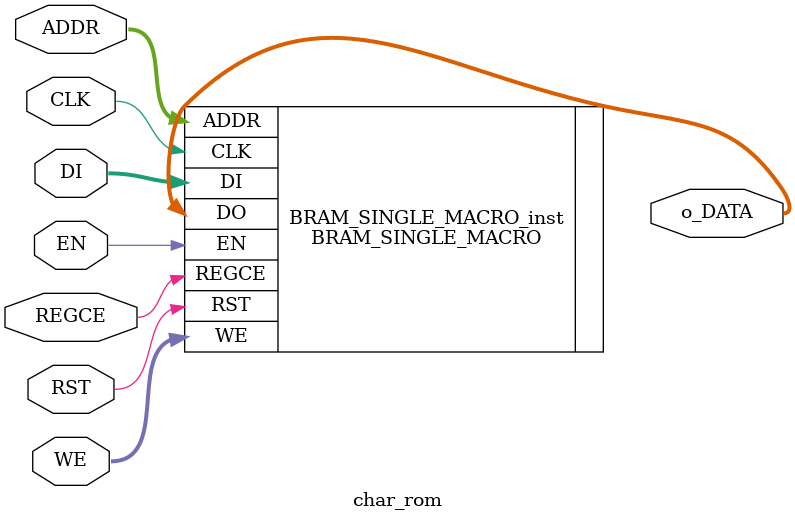
<source format=v>
`timescale 1ns / 1ps


module char_rom(
   output [15:0] o_DATA,     // Output data, width defined by READ_WIDTH parameter
   input [10:0] ADDR,   // Input address, width defined by read/write port depth
   input CLK,           // 1-bit input clock
   input [15:0] DI,      // Input data port, width defined by WRITE_WIDTH parameter
   input EN,            // 1-bit input RAM enable
   input REGCE,         // 1-bit input output register enable
   input RST,           // 1-bit input reset
   input [1:0] WE             // Input write enable, width defined by write port depth
   );
    
// BRAM_SINGLE_MACRO: Single Port RAM
//                    Artix-7
// Xilinx HDL Language Template, version 2016.2

/////////////////////////////////////////////////////////////////////
//  READ_WIDTH | BRAM_SIZE | READ Depth  | ADDR Width |            //
// WRITE_WIDTH |           | WRITE Depth |            |  WE Width  //
// ============|===========|=============|============|============//
//    37-72    |  "36Kb"   |      512    |    9-bit   |    8-bit   //
//    19-36    |  "36Kb"   |     1024    |   10-bit   |    4-bit   //
//    19-36    |  "18Kb"   |      512    |    9-bit   |    4-bit   //
//    10-18    |  "36Kb"   |     2048    |   11-bit   |    2-bit   //
//    10-18    |  "18Kb"   |     1024    |   10-bit   |    2-bit   //
//     5-9     |  "36Kb"   |     4096    |   12-bit   |    1-bit   //
//     5-9     |  "18Kb"   |     2048    |   11-bit   |    1-bit   //
//     3-4     |  "36Kb"   |     8192    |   13-bit   |    1-bit   //
//     3-4     |  "18Kb"   |     4096    |   12-bit   |    1-bit   //
//       2     |  "36Kb"   |    16384    |   14-bit   |    1-bit   //
//       2     |  "18Kb"   |     8192    |   13-bit   |    1-bit   //
//       1     |  "36Kb"   |    32768    |   15-bit   |    1-bit   //
//       1     |  "18Kb"   |    16384    |   14-bit   |    1-bit   //
/////////////////////////////////////////////////////////////////////

BRAM_SINGLE_MACRO #(
   .BRAM_SIZE("36Kb"), // Target BRAM, "18Kb" or "36Kb" 
   .DEVICE("7SERIES"), // Target Device: "7SERIES" 
   .DO_REG(0), // Optional output register (0 or 1)
   .INIT(9'h000000000), // Initial values on output port
   .INIT_FILE ("NONE"),
   .WRITE_WIDTH(16), // Valid values are 1-72 (37-72 only valid when BRAM_SIZE="36Kb")
   .READ_WIDTH(16),  // Valid values are 1-72 (37-72 only valid when BRAM_SIZE="36Kb")
   .SRVAL(9'h0), // Set/Reset value for port output
   .WRITE_MODE("WRITE_FIRST"), // "WRITE_FIRST", "READ_FIRST", or "NO_CHANGE" 
   .INIT_00(256'h0000000000000000000000000000000000000000000000000000000000000000),
   .INIT_01(256'h0000000000000000000000000000000000000000000000000000000000000000),
   .INIT_02(256'h0000000000000000000000000000000000000000000000000000000000000000),
   .INIT_03(256'h0000000000000000000000000000000000000000000000000000000000000000),
   .INIT_04(256'h0000000000000000000000000000000000000000000000000000000000000000),
   .INIT_05(256'h0000000000000000000000000000000000000000000000000000000000000000),
   .INIT_06(256'h0000000000000000000000000000000000000000000000000000000000000000),
   .INIT_07(256'h0000000000000000000000000000000000000000000000000000000000000000),
   .INIT_08(256'h0000000000000000000000000000000000000000000000000000000000000000),
   .INIT_09(256'h0000000000000000000000000000000000000000000000000000000000000000),
   .INIT_0A(256'h0000000000000000000000000000000000000000000000000000000000000000),
   .INIT_0B(256'h0000000000000000000000000000000000000000000000000000000000000000),
   .INIT_0C(256'h0000000000000000000000000000000000000000000000000000000000000000),
   .INIT_0D(256'h0000000000000000000000000000000000000000000000000000000000000000),
   .INIT_0E(256'h0000000000000000000000000000000000000000000000000000000000000000),
   .INIT_0F(256'h0000000000000000000000000000000000000000000000000000000000000000),
   .INIT_10(256'h0000000000000000000000000000000000000000000000000000000000000000),
   .INIT_11(256'h0000000000000000000000000000000000000000000000000000000000000000),
   .INIT_12(256'h0000000000000000000000000000000000000000000000000000000000000000),
   .INIT_13(256'h0000000000000000000000000000000000000000000000000000000000000000),
   .INIT_14(256'h0000000000000000000000000000000000000000000000000000000000000000),
   .INIT_15(256'h0000000000000000000000000000000000000000000000000000000000000000),
   .INIT_16(256'h0000000000000000000000000000000000000000000000000000000000000000),
   .INIT_17(256'h0000000000000000000000000000000000000000000000000000000000000000),
   .INIT_18(256'h0000000000000000000000000000000000000000000000000000000000000000),
   .INIT_19(256'h0000000000000000000000000000000000000000000000000000000000000000),
   .INIT_1A(256'h0000000000000000000000000000000000000000000000000000000000000000),
   .INIT_1B(256'h0000000000000000000000000000000000000000000000000000000000000000),
   .INIT_1C(256'h0000000000000000000000000000000000000000000000000000000000000000),
   .INIT_1D(256'h0000000000000000000000000000000000000000000000000000000000000000),
   .INIT_1E(256'h0000000000000000000000000000000000000000000000000000000000000000),
   .INIT_1F(256'h0000000000000000000000000000000000000000000000000000000000000000),
   .INIT_20(256'h0000000000000000000000000000000000000000000000000000000000000000),
   .INIT_21(256'h0000000003000300030003000300030003000300030000000300030000000000),
   .INIT_22(256'h0000000006600660066006600000000000000000000000000000000000000000),
   .INIT_23(256'h000000000360036006C03FF03FF006C00D803FF03FF00D801B001B0000000000),
   .INIT_24(256'h00000100038007C00D600D000F00078003C001E00D600D6007C0038001000000),
   .INIT_25(256'h000000003C1866306630666066C03CC0019E01B30333033306330C1E00000000),
   .INIT_26(256'h0000000007C00FE00C600C6007C007800D9019D818F018780FFC078800000000),
   .INIT_27(256'h0000000001800180018001800000000000000000000000000000000000000000),
   .INIT_28(256'h0000018003000300060006000600060006000600060003000300018000000000),
   .INIT_29(256'h0000060003000300018001800180018001800180018003000300060000000000),
   .INIT_2A(256'h00000000000000000380038033983FF807C007C00EE01C700440000000000000),
   .INIT_2B(256'h0000000000000000000000C000C000C007F807F800C000C000C0000000000000),
   .INIT_2C(256'h0000000000000000000000000000000000000000030003000100010002000000),
   .INIT_2D(256'h0000000000000000000000000000000003E003E0000000000000000000000000),
   .INIT_2E(256'h0000000000000000000000000000000000000000000003000300000000000000),
   .INIT_2F(256'h000000000060006000C000C000C000C001800180018001800300030000000000),
   .INIT_30(256'h0000000003C007E00E700C300C300C300C300C300C300E7007E003C000000000),
   .INIT_31(256'h000000000180038007800D800980018001800180018001800180018000000000),
   .INIT_32(256'h0000000003C007E00E300C300030006000E001C0038006000FF00FF000000000),
   .INIT_33(256'h0000000003E007F00E30003001E001E0007000300C300E7007E003C000000000),
   .INIT_34(256'h00000000006000E000E001E00360036006600C600FF00FF00060006000000000),
   .INIT_35(256'h0000000007E007E006000C000FC00FE00C7000300C300E7007E003C000000000),
   .INIT_36(256'h0000000003E007F006300C000DC00FE00E700C300C30063007E003C000000000),
   .INIT_37(256'h000000000FF00FF0006000C000C0018001800180038003000300030000000000),
   .INIT_38(256'h0000000003C007E00C300C300C3007E007E00C300C300C3007E003C000000000),
   .INIT_39(256'h0000000003C007E00C600C300C300E7007F003B000300C600FE007C000000000),
   .INIT_3A(256'h0000000000000180018000000000000000000000018001800000000000000000),
   .INIT_3B(256'h0000000000000180018000000000000000000000018001800080008001000000),
   .INIT_3C(256'h0000000000000000002000E003C00F001C000F0003C000E00020000000000000),
   .INIT_3D(256'h00000000000000001FF01FF0000000001FF01FF0000000000000000000000000),
   .INIT_3E(256'h000000000000000008000E00078001E0007001E007800E000800000000000000),
   .INIT_3F(256'h0000000003C007E00E300C30007000E001C00180018000000180018000000000),
   .INIT_40(256'h000007C00C30137817E82CC82CC82CC82FD026E01008081007E0000000000000),
   .INIT_41(256'h000000000380038006C006C006C00C600C600FE01FF018301830301800000000),
   .INIT_42(256'h000000001FE01FF01830183018301FE01FF01818181818181FF01FE000000000),
   .INIT_43(256'h0000000003E00FF00C381C1018001800180018001C100C380FF003E000000000),
   .INIT_44(256'h000000001FC01FF0183018181818181818181818181818301FF01FC000000000),
   .INIT_45(256'h000000000FF80FF80C000C000C000FF80FF80C000C000C000FF80FF800000000),
   .INIT_46(256'h000000000FF00FF00C000C000C000FE00FE00C000C000C000C000C0000000000),
   .INIT_47(256'h0000000007E01FF0183838103000300030F830F8381818381FF807E000000000),
   .INIT_48(256'h00000000181818181818181818181FF81FF81818181818181818181800000000),
   .INIT_49(256'h0000000001800180018001800180018001800180018001800180018000000000),
   .INIT_4A(256'h00000000003000300030003000300030003000300C300E7007E003C000000000),
   .INIT_4B(256'h0000000018181830186018C019801BC01EC01C60187018301818181800000000),
   .INIT_4C(256'h000000000C000C000C000C000C000C000C000C000C000C000FF00FF000000000),
   .INIT_4D(256'h00000000383838383C783C78345836D836D836D8339833983398311800000000),
   .INIT_4E(256'h0000000018181C181E181E181B181998199818D8187818781838181800000000),
   .INIT_4F(256'h0000000007C01FF0183030183018301830183018301818301FF007C000000000),
   .INIT_50(256'h000000000FE00FF00C380C180C380FF00FE00C000C000C000C000C0000000000),
   .INIT_51(256'h0000000007C01FF018303018301830183018301831B818F01FF007B000180000),
   .INIT_52(256'h000000001FE01FF01838181818381FF01FC018E0187018301838181C00000000),
   .INIT_53(256'h0000000003E007F00E380C180F0007E001F000380C180E3807F003E000000000),
   .INIT_54(256'h000000001FF81FF8018001800180018001800180018001800180018000000000),
   .INIT_55(256'h000000001818181818181818181818181818181818181C380FF007E000000000),
   .INIT_56(256'h0000000030181830183018300C600C600EE006C006C003800380038000000000),
   .INIT_57(256'h0000000031C631C631C61B6C1B6C1B6C1B6C1B6C0E380E380E380E3800000000),
   .INIT_58(256'h0000000018301C700C6006C007C00380038007C006C00C601C70183000000000),
   .INIT_59(256'h0000000018181C380C300660066003C001800180018001800180018000000000),
   .INIT_5A(256'h0000000007F807F80030006000E000C001800380030006000FF80FF800000000),
   .INIT_5B(256'h000003C003C0030003000300030003000300030003000300030003C003C00000),
   .INIT_5C(256'h0000000003000300018001800180018000C000C000C000C00060006000000000),
   .INIT_5D(256'h000003C003C000C000C000C000C000C000C000C000C000C000C003C003C00000),
   .INIT_5E(256'h0000018003C003C00660066006600C3000000000000000000000000000000000),
   .INIT_5F(256'h0000000000000000000000000000000000000000000000000000FFFFFFFF0000),
   .INIT_60(256'h00000000018000C0000000000000000000000000000000000000000000000000),
   .INIT_61(256'h000000000000000007C00FE00C6001E007E00E600C600FE007B0000000000000),
   .INIT_62(256'h00000C000C000C000DC00FE00E700C300C300C300E700FE00DC0000000000000),
   .INIT_63(256'h000000000000000003C007E00E600C000C000C000E6007E003C0000000000000),
   .INIT_64(256'h000000300030003003B007F00E700C300C300C300E7007F003B0000000000000),
   .INIT_65(256'h0000000000000000038007C00C600FE00FE00C000E6007C00380000000000000),
   .INIT_66(256'h000003C007C006000F800F800600060006000600060006000600000000000000),
   .INIT_67(256'h00000000000007600FE01CE01860186018601CE00FE0076018601FE00FC00000),
   .INIT_68(256'h00000C000C000C000DE00FF00E300C300C300C300C300C300C30000000000000),
   .INIT_69(256'h0000000001800180000001800180018001800180018001800180000000000000),
   .INIT_6A(256'h0000000001800180000001800180018001800180018001800180018007800700),
   .INIT_6B(256'h00000C000C000C000C600CC00D800F800FC00EC00CC00C600C60000000000000),
   .INIT_6C(256'h0000018001800180018001800180018001800180018001800180000000000000),
   .INIT_6D(256'h000000000000000037383FFC39CC318C318C318C318C318C318C000000000000),
   .INIT_6E(256'h00000000000000000DE00FF00E300C300C300C300C300C300C30000000000000),
   .INIT_6F(256'h000000000000000003C007E00E700C300C300C300E7007E003C0000000000000),
   .INIT_70(256'h00000000000000000DC00FE00E700C300C300C300E700FE00DC00C000C000C00),
   .INIT_71(256'h000000000000000003B007F00E700C300C300C300E7007F003B0003000300030),
   .INIT_72(256'h0000000000000000037003F00380030003000300030003000300000000000000),
   .INIT_73(256'h000000000000000007C00FE00C600F0007C000E00C600FE007C0000000000000),
   .INIT_74(256'h000001000300030007C007C00300030003000300030003C001C0000000000000),
   .INIT_75(256'h00000000000000000C300C300C300C300C300C300C700FF007B0000000000000),
   .INIT_76(256'h000000000000000006300630063003600360036001C001C001C0000000000000),
   .INIT_77(256'h000000000000000031C631C619CC1B6C1B6C1B6C0E380E380E38000000000000),
   .INIT_78(256'h000000000000000006300770036001C001C001C0036007700630000000000000),
   .INIT_79(256'h00000000000000000C180C18063006300360036003E001C001C0018007800700),
   .INIT_7A(256'h000000000000000003F803F80030007000E001C0018003F803F8000000000000),
   .INIT_7B(256'h01C003C003000300030003000E000E000300030003000300030003C001C00000),
   .INIT_7C(256'h0180018001800180018001800180018001800180018001800180018001800180),
   .INIT_7D(256'h038003C000C000C000C000C00070007000C000C000C000C000C003C003800000),
   .INIT_7E(256'h0000000007880FF808F000000000000000000000000000000000000000000000),
   .INIT_7F(256'h0000000000000000000000000000000000000000000000000000000000000000),
   
   // The next set of INITP_xx are for the parity bits
   .INITP_00(256'h0000000000000000000000000000000000000000000000000000000000000000),
   .INITP_01(256'h0000000000000000000000000000000000000000000000000000000000000000),
   .INITP_02(256'h0000000000000000000000000000000000000000000000000000000000000000),
   .INITP_03(256'h0000000000000000000000000000000000000000000000000000000000000000),
   .INITP_04(256'h0000000000000000000000000000000000000000000000000000000000000000),
   .INITP_05(256'h0000000000000000000000000000000000000000000000000000000000000000),
   .INITP_06(256'h0000000000000000000000000000000000000000000000000000000000000000),
   .INITP_07(256'h0000000000000000000000000000000000000000000000000000000000000000),
   
   // The next set of INIT_xx are valid when configured as 36Kb
   .INITP_08(256'h0000000000000000000000000000000000000000000000000000000000000000),
   .INITP_09(256'h0000000000000000000000000000000000000000000000000000000000000000),
   .INITP_0A(256'h0000000000000000000000000000000000000000000000000000000000000000),
   .INITP_0B(256'h0000000000000000000000000000000000000000000000000000000000000000),
   .INITP_0C(256'h0000000000000000000000000000000000000000000000000000000000000000),
   .INITP_0D(256'h0000000000000000000000000000000000000000000000000000000000000000),
   .INITP_0E(256'h0000000000000000000000000000000000000000000000000000000000000000),
   .INITP_0F(256'h0000000000000000000000000000000000000000000000000000000000000000)
) BRAM_SINGLE_MACRO_inst (
   .DO(o_DATA),       // Output data, width defined by READ_WIDTH parameter
   .ADDR(ADDR),   // Input address, width defined by read/write port depth
   .CLK(CLK),     // 1-bit input clock
   .DI(DI),       // Input data port, width defined by WRITE_WIDTH parameter
   .EN(EN),       // 1-bit input RAM enable
   .REGCE(REGCE), // 1-bit input output register enable
   .RST(RST),     // 1-bit input reset
   .WE(WE)        // Input write enable, width defined by write port depth
);

// End of BRAM_SINGLE_MACRO_inst instantiation
                

endmodule




</source>
